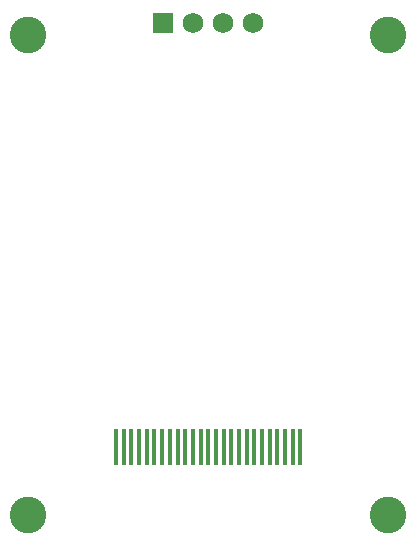
<source format=gbr>
G04 EAGLE Gerber RS-274X export*
G75*
%MOMM*%
%FSLAX34Y34*%
%LPD*%
%INSoldermask Bottom*%
%IPPOS*%
%AMOC8*
5,1,8,0,0,1.08239X$1,22.5*%
G01*
%ADD10C,3.101600*%
%ADD11R,0.451600X3.101600*%
%ADD12R,1.752600X1.752600*%
%ADD13C,1.752600*%


D10*
X30000Y25000D03*
X334800Y25000D03*
X30000Y431400D03*
X334800Y431400D03*
D11*
X260400Y82500D03*
X253900Y82500D03*
X247400Y82500D03*
X240900Y82500D03*
X234400Y82500D03*
X227900Y82500D03*
X221400Y82500D03*
X214900Y82500D03*
X208400Y82500D03*
X201900Y82500D03*
X195400Y82500D03*
X188900Y82500D03*
X182400Y82500D03*
X175900Y82500D03*
X169400Y82500D03*
X162900Y82500D03*
X156400Y82500D03*
X149900Y82500D03*
X143400Y82500D03*
X136900Y82500D03*
X130400Y82500D03*
X123900Y82500D03*
X117400Y82500D03*
X110900Y82500D03*
X104400Y82500D03*
D12*
X144300Y441400D03*
D13*
X169700Y441400D03*
X195100Y441400D03*
X220500Y441400D03*
M02*

</source>
